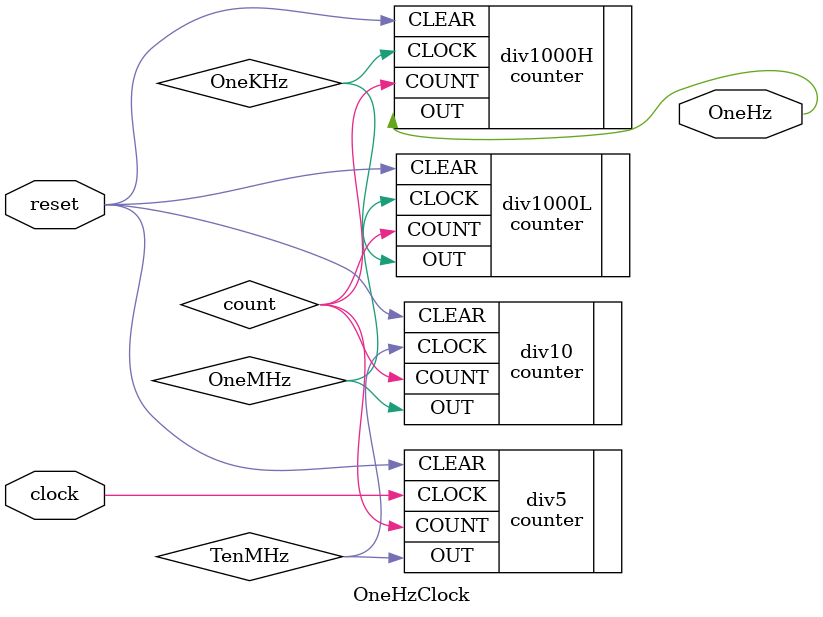
<source format=v>

module OneHzClock (
        input clock, reset,
        output OneHz
    );

    wire TenMHz, OneMHz, OneKHz;
    
    //instantiations
    counter #(3'd5, 2'd3) div5 //module divideXn needs to be included only once in the project directory since it’s parameterized
    (
        .CLOCK(clock) , // input 50MHz clock
        .CLEAR(reset) , // input reset
        .OUT(TenMHz) , // output 10-MHz clock
        .COUNT(count) // output [3:0] count bits
    );

    counter #(4'd10, 3'd4) div10
    (
        .CLOCK(TenMHz) , // input 10MHz clock
        .CLEAR(reset) , // input reset
        .OUT(OneMHz) , // output 1-MHz clock
        .COUNT(count) // output [3:0] count bits
    );
    
    counter #(10'd100, 4'd10) div1000L
    (
        .CLOCK(OneMHz) , // input 1-MHz clock
        .CLEAR(reset) , // input reset
        .OUT(OneKHz) , // output 1-KHz clock
        .COUNT(count) // output [3:0] count bits
    );
    
    counter #(10'd200, 4'd10) div1000H
    (
        .CLOCK(OneKHz) , // input 1-KHz clock
        .CLEAR(reset) , // input reset
        .OUT(OneHz) , // output 1-Hz clock
        .COUNT(count) // output [3:0] count bits
    );
endmodule
</source>
